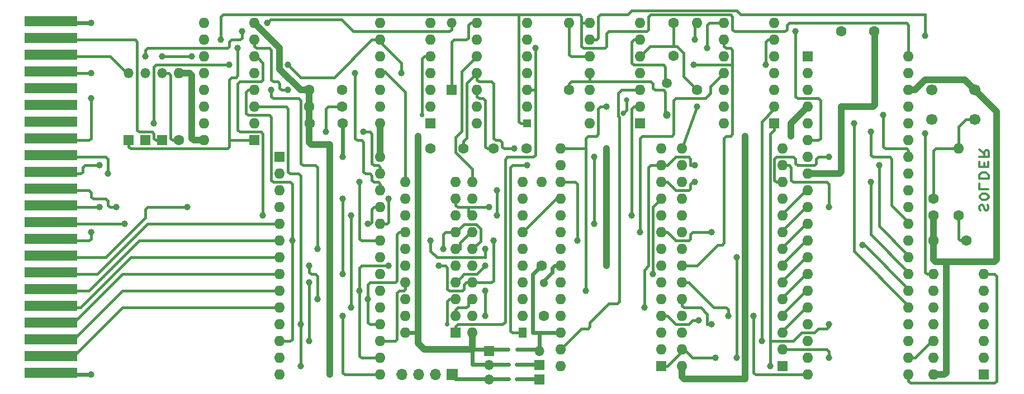
<source format=gbr>
G04 #@! TF.GenerationSoftware,KiCad,Pcbnew,5.1.4+dfsg1-1*
G04 #@! TF.CreationDate,2020-01-26T20:04:24+01:00*
G04 #@! TF.ProjectId,finalchesscard_lvr_draft1,66696e61-6c63-4686-9573-73636172645f,1.1.K1*
G04 #@! TF.SameCoordinates,Original*
G04 #@! TF.FileFunction,Copper,L2,Bot*
G04 #@! TF.FilePolarity,Positive*
%FSLAX46Y46*%
G04 Gerber Fmt 4.6, Leading zero omitted, Abs format (unit mm)*
G04 Created by KiCad (PCBNEW 5.1.4+dfsg1-1) date 2020-01-26 20:04:24*
%MOMM*%
%LPD*%
G04 APERTURE LIST*
%ADD10O,1.600000X1.600000*%
%ADD11R,1.600000X1.600000*%
%ADD12C,1.600000*%
%ADD13R,8.000000X1.500000*%
%ADD14R,1.200000X1.200000*%
%ADD15R,1.300000X1.600000*%
%ADD16C,1.200000*%
%ADD17C,1.500000*%
%ADD18R,1.700000X1.700000*%
%ADD19O,1.700000X1.700000*%
%ADD20C,1.300000*%
%ADD21R,1.500000X1.500000*%
%ADD22O,1.500000X1.500000*%
%ADD23C,1.700000*%
%ADD24C,1.000000*%
%ADD25C,0.700000*%
%ADD26C,0.800000*%
%ADD27C,0.350000*%
%ADD28C,0.630000*%
%ADD29C,1.000000*%
%ADD30C,0.400000*%
G04 APERTURE END LIST*
D10*
X179578000Y-124460000D03*
X164338000Y-157480000D03*
X179578000Y-127000000D03*
X164338000Y-154940000D03*
X179578000Y-129540000D03*
X164338000Y-152400000D03*
X179578000Y-132080000D03*
X164338000Y-149860000D03*
X179578000Y-134620000D03*
X164338000Y-147320000D03*
X179578000Y-137160000D03*
X164338000Y-144780000D03*
X179578000Y-139700000D03*
X164338000Y-142240000D03*
X179578000Y-142240000D03*
X164338000Y-139700000D03*
X179578000Y-144780000D03*
X164338000Y-137160000D03*
X179578000Y-147320000D03*
X164338000Y-134620000D03*
X179578000Y-149860000D03*
X164338000Y-132080000D03*
X179578000Y-152400000D03*
X164338000Y-129540000D03*
X179578000Y-154940000D03*
X164338000Y-127000000D03*
X179578000Y-157480000D03*
D11*
X164338000Y-124460000D03*
D12*
X204025500Y-140970000D03*
D10*
X204025500Y-128270000D03*
D13*
X129668000Y-157160000D03*
X129668000Y-154620000D03*
X129668000Y-152080000D03*
X129668000Y-149540000D03*
X129668000Y-147000000D03*
X129668000Y-144460000D03*
X129668000Y-141920000D03*
X129668000Y-139380000D03*
X129668000Y-136840000D03*
X129668000Y-134300000D03*
X129668000Y-131760000D03*
X129668000Y-129220000D03*
X129668000Y-126680000D03*
X129668000Y-124140000D03*
X129668000Y-121600000D03*
X129668000Y-119060000D03*
X129668000Y-116520000D03*
X129668000Y-113980000D03*
X129668000Y-111440000D03*
X129668000Y-108900000D03*
X129668000Y-106360000D03*
X129668000Y-103820000D03*
D10*
X152908000Y-121920000D03*
X160528000Y-104140000D03*
X152908000Y-119380000D03*
X160528000Y-106680000D03*
X152908000Y-116840000D03*
X160528000Y-109220000D03*
X152908000Y-114300000D03*
X160528000Y-111760000D03*
X152908000Y-111760000D03*
X160528000Y-114300000D03*
X152908000Y-109220000D03*
X160528000Y-116840000D03*
X152908000Y-106680000D03*
X160528000Y-119380000D03*
X152908000Y-104140000D03*
D11*
X160528000Y-121920000D03*
X187198000Y-119380000D03*
D10*
X179578000Y-104140000D03*
X187198000Y-116840000D03*
X179578000Y-106680000D03*
X187198000Y-114300000D03*
X179578000Y-109220000D03*
X187198000Y-111760000D03*
X179578000Y-111760000D03*
X187198000Y-109220000D03*
X179578000Y-114300000D03*
X187198000Y-106680000D03*
X179578000Y-116840000D03*
X187198000Y-104140000D03*
X179578000Y-119380000D03*
D11*
X191008000Y-151130000D03*
D10*
X183388000Y-128270000D03*
X191008000Y-148590000D03*
X183388000Y-130810000D03*
X191008000Y-146050000D03*
X183388000Y-133350000D03*
X191008000Y-143510000D03*
X183388000Y-135890000D03*
X191008000Y-140970000D03*
X183388000Y-138430000D03*
X191008000Y-138430000D03*
X183388000Y-140970000D03*
X191008000Y-135890000D03*
X183388000Y-143510000D03*
X191008000Y-133350000D03*
X183388000Y-146050000D03*
X191008000Y-130810000D03*
X183388000Y-148590000D03*
X191008000Y-128270000D03*
X183388000Y-151130000D03*
X194183000Y-119380000D03*
X201803000Y-104140000D03*
X194183000Y-116840000D03*
X201803000Y-106680000D03*
X194183000Y-114300000D03*
X201803000Y-109220000D03*
X194183000Y-111760000D03*
X201803000Y-111760000D03*
X194183000Y-109220000D03*
X201803000Y-114300000D03*
X194183000Y-106680000D03*
X201803000Y-116840000D03*
X194183000Y-104140000D03*
D14*
X201803000Y-119380000D03*
D10*
X193548000Y-151130000D03*
X201168000Y-128270000D03*
X193548000Y-148590000D03*
X201168000Y-130810000D03*
X193548000Y-146050000D03*
X201168000Y-133350000D03*
X193548000Y-143510000D03*
X201168000Y-135890000D03*
X193548000Y-140970000D03*
X201168000Y-138430000D03*
X193548000Y-138430000D03*
X201168000Y-140970000D03*
X193548000Y-135890000D03*
X201168000Y-143510000D03*
X193548000Y-133350000D03*
X201168000Y-146050000D03*
X193548000Y-130810000D03*
X201168000Y-148590000D03*
X193548000Y-128270000D03*
D15*
X201168000Y-151130000D03*
D10*
X211328000Y-119380000D03*
X218948000Y-104140000D03*
X211328000Y-116840000D03*
X218948000Y-106680000D03*
X211328000Y-114300000D03*
X218948000Y-109220000D03*
X211328000Y-111760000D03*
X218948000Y-111760000D03*
X211328000Y-109220000D03*
X218948000Y-114300000D03*
X211328000Y-106680000D03*
X218948000Y-116840000D03*
X211328000Y-104140000D03*
D11*
X218948000Y-119380000D03*
X239268000Y-119380000D03*
D10*
X231648000Y-104140000D03*
X239268000Y-116840000D03*
X231648000Y-106680000D03*
X239268000Y-114300000D03*
X231648000Y-109220000D03*
X239268000Y-111760000D03*
X231648000Y-111760000D03*
X239268000Y-109220000D03*
X231648000Y-114300000D03*
X239268000Y-106680000D03*
X231648000Y-116840000D03*
X239268000Y-104140000D03*
X231648000Y-119380000D03*
D11*
X244348000Y-109220000D03*
D10*
X259588000Y-157480000D03*
X244348000Y-111760000D03*
X259588000Y-154940000D03*
X244348000Y-114300000D03*
X259588000Y-152400000D03*
X244348000Y-116840000D03*
X259588000Y-149860000D03*
X244348000Y-119380000D03*
X259588000Y-147320000D03*
X244348000Y-121920000D03*
X259588000Y-144780000D03*
X244348000Y-124460000D03*
X259588000Y-142240000D03*
X244348000Y-127000000D03*
X259588000Y-139700000D03*
X244348000Y-129540000D03*
X259588000Y-137160000D03*
X244348000Y-132080000D03*
X259588000Y-134620000D03*
X244348000Y-134620000D03*
X259588000Y-132080000D03*
X244348000Y-137160000D03*
X259588000Y-129540000D03*
X244348000Y-139700000D03*
X259588000Y-127000000D03*
X244348000Y-142240000D03*
X259588000Y-124460000D03*
X244348000Y-144780000D03*
X259588000Y-121920000D03*
X244348000Y-147320000D03*
X259588000Y-119380000D03*
X244348000Y-149860000D03*
X259588000Y-116840000D03*
X244348000Y-152400000D03*
X259588000Y-114300000D03*
X244348000Y-154940000D03*
X259588000Y-111760000D03*
X244348000Y-157480000D03*
X259588000Y-109220000D03*
D12*
X149098000Y-121920000D03*
D10*
X149098000Y-111760000D03*
D12*
X267208000Y-133350000D03*
D10*
X267208000Y-123190000D03*
D12*
X208153000Y-114300000D03*
D10*
X208153000Y-104140000D03*
D12*
X227584000Y-114300000D03*
D10*
X227584000Y-104140000D03*
D16*
X223012000Y-118110000D03*
D17*
X223012000Y-113230000D03*
D11*
X222123000Y-156210000D03*
D10*
X206883000Y-123190000D03*
X222123000Y-153670000D03*
X206883000Y-125730000D03*
X222123000Y-151130000D03*
X206883000Y-128270000D03*
X222123000Y-148590000D03*
X206883000Y-130810000D03*
X222123000Y-146050000D03*
X206883000Y-133350000D03*
X222123000Y-143510000D03*
X206883000Y-135890000D03*
X222123000Y-140970000D03*
X206883000Y-138430000D03*
X222123000Y-138430000D03*
X206883000Y-140970000D03*
X222123000Y-135890000D03*
X206883000Y-143510000D03*
X222123000Y-133350000D03*
X206883000Y-146050000D03*
X222123000Y-130810000D03*
X206883000Y-148590000D03*
X222123000Y-128270000D03*
X206883000Y-151130000D03*
X222123000Y-125730000D03*
X206883000Y-153670000D03*
X222123000Y-123190000D03*
X206883000Y-156210000D03*
D11*
X271018000Y-157480000D03*
D10*
X263398000Y-142240000D03*
X271018000Y-154940000D03*
X263398000Y-144780000D03*
X271018000Y-152400000D03*
X263398000Y-147320000D03*
X271018000Y-149860000D03*
X263398000Y-149860000D03*
X271018000Y-147320000D03*
X263398000Y-152400000D03*
X271018000Y-144780000D03*
X263398000Y-154940000D03*
X271018000Y-142240000D03*
X263398000Y-157480000D03*
D18*
X190500000Y-157480000D03*
D19*
X187960000Y-157480000D03*
X185420000Y-157480000D03*
X182880000Y-157480000D03*
D12*
X224028000Y-104140000D03*
X224028000Y-109140000D03*
D11*
X240538000Y-156210000D03*
D10*
X225298000Y-123190000D03*
X240538000Y-153670000D03*
X225298000Y-125730000D03*
X240538000Y-151130000D03*
X225298000Y-128270000D03*
X240538000Y-148590000D03*
X225298000Y-130810000D03*
X240538000Y-146050000D03*
X225298000Y-133350000D03*
X240538000Y-143510000D03*
X225298000Y-135890000D03*
X240538000Y-140970000D03*
X225298000Y-138430000D03*
X240538000Y-138430000D03*
X225298000Y-140970000D03*
X240538000Y-135890000D03*
X225298000Y-143510000D03*
X240538000Y-133350000D03*
X225298000Y-146050000D03*
X240538000Y-130810000D03*
X225298000Y-148590000D03*
X240538000Y-128270000D03*
X225298000Y-151130000D03*
X240538000Y-125730000D03*
X225298000Y-153670000D03*
X240538000Y-123190000D03*
X225298000Y-156210000D03*
D12*
X263398000Y-130810000D03*
X263398000Y-133310000D03*
X204343000Y-148590000D03*
D20*
X204343000Y-143590000D03*
D21*
X203708000Y-158242000D03*
D22*
X196088000Y-158242000D03*
X196088000Y-156019500D03*
D21*
X203708000Y-156019500D03*
X196088000Y-153924000D03*
D22*
X203708000Y-153924000D03*
X141478000Y-111760000D03*
D21*
X141478000Y-121920000D03*
X144018000Y-121920000D03*
D22*
X144018000Y-111760000D03*
X146558000Y-111760000D03*
D21*
X146558000Y-121920000D03*
X190373000Y-114300000D03*
D22*
X190373000Y-104140000D03*
D12*
X168910000Y-119380000D03*
X173910000Y-119380000D03*
X201723000Y-123190000D03*
X196723000Y-123190000D03*
X254428000Y-105410000D03*
X249428000Y-105410000D03*
X268398000Y-137160000D03*
X263398000Y-137160000D03*
X168783000Y-114300000D03*
X173783000Y-114300000D03*
X173783000Y-116840000D03*
X168783000Y-116840000D03*
X187198000Y-123190000D03*
X192198000Y-123190000D03*
D23*
X269644000Y-118800000D03*
X263144000Y-118800000D03*
X269644000Y-114300000D03*
X263144000Y-114300000D03*
D24*
X135763000Y-104140000D03*
X171958000Y-122555000D03*
X171958000Y-139700000D03*
X171958000Y-157480000D03*
X213868000Y-123190000D03*
X213868000Y-140970000D03*
X135763000Y-157480000D03*
X150368000Y-132080000D03*
X135763000Y-135890000D03*
X140843000Y-134620000D03*
X177673000Y-134620000D03*
X137033000Y-132080000D03*
X180848000Y-130810000D03*
X139573000Y-132080000D03*
X173863000Y-130810000D03*
X173863000Y-142240000D03*
X137033000Y-125730000D03*
X176403000Y-128270000D03*
X138303000Y-127000000D03*
X135763000Y-115570000D03*
X175768000Y-111760000D03*
X167513000Y-149860000D03*
X167513000Y-156210000D03*
X195453000Y-140970000D03*
X166243000Y-137160000D03*
X195453000Y-148590000D03*
X195453000Y-144780000D03*
X173863000Y-148590000D03*
D25*
X189738000Y-149860000D03*
D24*
X176403000Y-144780000D03*
X180848000Y-140970000D03*
X189103000Y-138430000D03*
X168783000Y-143510000D03*
X168783000Y-152400000D03*
X168783000Y-140970000D03*
X177673000Y-146050000D03*
X170053000Y-146050000D03*
X187198000Y-137160000D03*
X195453000Y-138430000D03*
X161798000Y-133350000D03*
X175133000Y-133350000D03*
X175133000Y-147320000D03*
X171323000Y-120650000D03*
X156718000Y-110490000D03*
X145288000Y-119380000D03*
D25*
X185928000Y-118110000D03*
D24*
X146558000Y-109220000D03*
X182753000Y-111760000D03*
X151003000Y-109220000D03*
X165608000Y-110490000D03*
X234823000Y-158115000D03*
X173863000Y-124460000D03*
X185293000Y-121285000D03*
X234823000Y-121285000D03*
X254508000Y-111760000D03*
X249428000Y-116840000D03*
X241808000Y-121285000D03*
X155448000Y-106680000D03*
X157988000Y-107950000D03*
X177038000Y-120650000D03*
X165608000Y-114300000D03*
X199898000Y-123190000D03*
X201803000Y-125730000D03*
X203073000Y-107950000D03*
X229108000Y-107950000D03*
X210693000Y-144780000D03*
X213868000Y-116840000D03*
X253873000Y-120650000D03*
X227584000Y-116840000D03*
X247523000Y-124460000D03*
X227203000Y-128270000D03*
X197231000Y-129540000D03*
X197231000Y-133350000D03*
X220853000Y-142240000D03*
X253873000Y-128270000D03*
X211963000Y-124460000D03*
X211963000Y-134620000D03*
X188468000Y-140970000D03*
X209423000Y-137160000D03*
X255143000Y-125730000D03*
X196723000Y-137160000D03*
X252603000Y-137795000D03*
X196088000Y-132080000D03*
X247523000Y-132080000D03*
X227203000Y-125730000D03*
X219583000Y-147320000D03*
X242443000Y-105410000D03*
X237998000Y-110490000D03*
X227203000Y-106680000D03*
X227076000Y-110490000D03*
X255778000Y-118110000D03*
X217678000Y-133350000D03*
X251333000Y-119380000D03*
D26*
X216916000Y-115824000D03*
X216408000Y-117856000D03*
D24*
X247523000Y-149860000D03*
X230378000Y-154940000D03*
X238633000Y-156210000D03*
X247523000Y-154940000D03*
X227838000Y-149225000D03*
X218948000Y-135890000D03*
X233553000Y-154940000D03*
X233553000Y-139700000D03*
X229743000Y-135890000D03*
X236093000Y-148590000D03*
X232283000Y-148590000D03*
X229743000Y-149860000D03*
X237363000Y-152400000D03*
X262128000Y-120904000D03*
X262128000Y-106045000D03*
X144018000Y-109220000D03*
X135763000Y-111760000D03*
X158623000Y-105410000D03*
X162433000Y-104140000D03*
X170053000Y-138430000D03*
X163068000Y-114300000D03*
D27*
X270303600Y-124460000D02*
X271732400Y-124460000D01*
X271732400Y-124460000D02*
X271732400Y-123666200D01*
X271732400Y-123666200D02*
X271573600Y-123428100D01*
X271573600Y-123428100D02*
X271335500Y-123428100D01*
X271335500Y-123428100D02*
X271097400Y-123666200D01*
X271097400Y-123666200D02*
X271097400Y-124380600D01*
X271097400Y-124380600D02*
X271097400Y-123904400D01*
X271097400Y-123904400D02*
X270303600Y-123348800D01*
X271698500Y-125203000D02*
X271698500Y-125996700D01*
X271698500Y-125996700D02*
X270349100Y-125996700D01*
X270349100Y-125996700D02*
X270349100Y-125203000D01*
X271063500Y-125996700D02*
X271063400Y-125361700D01*
X270303600Y-127714400D02*
X271732400Y-127714400D01*
X271732400Y-127714400D02*
X271732400Y-127238100D01*
X271732400Y-127238100D02*
X271335500Y-126761900D01*
X271335500Y-126761900D02*
X270700500Y-126761900D01*
X270700500Y-126761900D02*
X270303600Y-127158800D01*
X270303600Y-127158800D02*
X270303600Y-127714400D01*
X271698500Y-129330500D02*
X270349100Y-129330500D01*
X270349100Y-129330500D02*
X270349100Y-128457300D01*
X270762600Y-130971200D02*
X271318200Y-130971200D01*
X271318200Y-130971200D02*
X271715000Y-130653800D01*
X271715000Y-130653800D02*
X271715000Y-130336300D01*
X271715000Y-130336300D02*
X271318200Y-130018800D01*
X271318200Y-130018800D02*
X270762600Y-130018800D01*
X270762600Y-130018800D02*
X270365700Y-130336200D01*
X270365700Y-130336200D02*
X270365700Y-130653800D01*
X270365700Y-130653800D02*
X270762600Y-130971200D01*
X270507800Y-132584800D02*
X270349100Y-132346700D01*
X270349100Y-132346700D02*
X270349100Y-131949800D01*
X270349100Y-131949800D02*
X270587200Y-131711700D01*
X270587200Y-131711700D02*
X270825300Y-131711700D01*
X270825300Y-131711700D02*
X270984100Y-131949800D01*
X270984100Y-131949800D02*
X271063400Y-132346700D01*
X271063400Y-132346700D02*
X271222200Y-132584800D01*
X271222200Y-132584800D02*
X271460300Y-132584800D01*
X271460300Y-132584800D02*
X271698400Y-132346700D01*
X271698400Y-132346700D02*
X271698500Y-131949800D01*
X271698500Y-131949800D02*
X271539700Y-131711700D01*
D28*
X204343000Y-143510000D02*
X204343000Y-143192500D01*
X204343000Y-143192500D02*
X205613000Y-141922500D01*
X205613000Y-141922500D02*
X205613000Y-141287500D01*
X205613000Y-141287500D02*
X205930500Y-140970000D01*
X205930500Y-140970000D02*
X206883000Y-140970000D01*
D29*
X213868000Y-140970000D02*
X213868000Y-123190000D01*
X168783000Y-114300000D02*
X168783000Y-122237500D01*
X168783000Y-122237500D02*
X169100500Y-122555000D01*
X169100500Y-122555000D02*
X171958000Y-122555000D01*
X171958000Y-122555000D02*
X171958000Y-157480000D01*
D28*
X135763000Y-104140000D02*
X131953000Y-104140000D01*
D30*
X196723000Y-123190000D02*
X195770500Y-123190000D01*
X195770500Y-123190000D02*
X195453000Y-122872500D01*
X195453000Y-122872500D02*
X195453000Y-115887500D01*
X195453000Y-115887500D02*
X195135500Y-115570000D01*
X195135500Y-115570000D02*
X194500500Y-115570000D01*
X194500500Y-115570000D02*
X194183000Y-115252500D01*
X194183000Y-115252500D02*
X194183000Y-114300000D01*
X267208000Y-133350000D02*
X267208000Y-136842500D01*
X267208000Y-136842500D02*
X267525500Y-137160000D01*
X267525500Y-137160000D02*
X268478000Y-137160000D01*
X271018000Y-142240000D02*
X272605500Y-142240000D01*
X272605500Y-142240000D02*
X272923000Y-142557500D01*
X272923000Y-142557500D02*
X272923000Y-158432500D01*
X272923000Y-158432500D02*
X272605500Y-158750000D01*
X272605500Y-158750000D02*
X259905500Y-158750000D01*
X259905500Y-158750000D02*
X259588000Y-158432500D01*
X259588000Y-158432500D02*
X259588000Y-157480000D01*
D27*
X268682200Y-137506100D02*
X268682200Y-136633000D01*
X268682200Y-137109200D02*
X267332800Y-137109200D01*
D28*
X135763000Y-157480000D02*
X131953000Y-157480000D01*
D29*
X164338000Y-107950000D02*
X160528000Y-104140000D01*
X167513000Y-114300000D02*
X164338000Y-111125000D01*
X164338000Y-111125000D02*
X164338000Y-107950000D01*
X168783000Y-114300000D02*
X167513000Y-114300000D01*
D30*
X164338000Y-147320000D02*
X140525500Y-147320000D01*
X140525500Y-147320000D02*
X132905500Y-154940000D01*
X132905500Y-154940000D02*
X131953000Y-154940000D01*
X164338000Y-144780000D02*
X140525500Y-144780000D01*
X140525500Y-144780000D02*
X132905500Y-152400000D01*
X132905500Y-152400000D02*
X131953000Y-152400000D01*
X164338000Y-142240000D02*
X140525500Y-142240000D01*
X140525500Y-142240000D02*
X132905500Y-149860000D01*
X132905500Y-149860000D02*
X131953000Y-149860000D01*
X164338000Y-139700000D02*
X141795500Y-139700000D01*
X141795500Y-139700000D02*
X134175500Y-147320000D01*
X134175500Y-147320000D02*
X131953000Y-147320000D01*
X164338000Y-137160000D02*
X143065500Y-137160000D01*
X143065500Y-137160000D02*
X135445500Y-144780000D01*
X135445500Y-144780000D02*
X131953000Y-144780000D01*
X131953000Y-142240000D02*
X136715500Y-142240000D01*
X136715500Y-142240000D02*
X144335500Y-134620000D01*
X144335500Y-134620000D02*
X164338000Y-134620000D01*
X131953000Y-139700000D02*
X137985500Y-139700000D01*
X137985500Y-139700000D02*
X144018000Y-133667500D01*
X144018000Y-133667500D02*
X144018000Y-132397500D01*
X144018000Y-132397500D02*
X144335500Y-132080000D01*
X144335500Y-132080000D02*
X150368000Y-132080000D01*
X135763000Y-135890000D02*
X135763000Y-136842500D01*
X135763000Y-136842500D02*
X135445500Y-137160000D01*
X135445500Y-137160000D02*
X131953000Y-137160000D01*
X179578000Y-132080000D02*
X178625500Y-132080000D01*
X178625500Y-132080000D02*
X178308000Y-132397500D01*
X178308000Y-132397500D02*
X178308000Y-134302500D01*
X178308000Y-134302500D02*
X177990500Y-134620000D01*
X177990500Y-134620000D02*
X177673000Y-134620000D01*
X131953000Y-134620000D02*
X140843000Y-134620000D01*
X180848000Y-130810000D02*
X180848000Y-134302500D01*
X180848000Y-134302500D02*
X180530500Y-134620000D01*
X180530500Y-134620000D02*
X179578000Y-134620000D01*
X137033000Y-132080000D02*
X131953000Y-132080000D01*
X173863000Y-142240000D02*
X173863000Y-130810000D01*
X131953000Y-129540000D02*
X135445500Y-129540000D01*
X135445500Y-129540000D02*
X135763000Y-129857500D01*
X135763000Y-129857500D02*
X135763000Y-130492500D01*
X135763000Y-130492500D02*
X136080500Y-130810000D01*
X136080500Y-130810000D02*
X137985500Y-130810000D01*
X137985500Y-130810000D02*
X138303000Y-131127500D01*
X138303000Y-131127500D02*
X138303000Y-131762500D01*
X138303000Y-131762500D02*
X138620500Y-132080000D01*
X138620500Y-132080000D02*
X139573000Y-132080000D01*
X176403000Y-128270000D02*
X176403000Y-136842500D01*
X176403000Y-136842500D02*
X176720500Y-137160000D01*
X176720500Y-137160000D02*
X179578000Y-137160000D01*
X131953000Y-127000000D02*
X134175500Y-127000000D01*
X134175500Y-127000000D02*
X134493000Y-126682500D01*
X134493000Y-126682500D02*
X134493000Y-126047500D01*
X134493000Y-126047500D02*
X134810500Y-125730000D01*
X134810500Y-125730000D02*
X137033000Y-125730000D01*
X138303000Y-127000000D02*
X138303000Y-124777500D01*
X138303000Y-124777500D02*
X137985500Y-124460000D01*
X137985500Y-124460000D02*
X131953000Y-124460000D01*
X135763000Y-115570000D02*
X135763000Y-121602500D01*
X135763000Y-121602500D02*
X135445500Y-121920000D01*
X135445500Y-121920000D02*
X131953000Y-121920000D01*
X175768000Y-111760000D02*
X175768000Y-121602500D01*
X175768000Y-121602500D02*
X176085500Y-121920000D01*
X176085500Y-121920000D02*
X176720500Y-121920000D01*
X176720500Y-121920000D02*
X177038000Y-122237500D01*
X177038000Y-122237500D02*
X177038000Y-126682500D01*
X177038000Y-126682500D02*
X177355500Y-127000000D01*
X177355500Y-127000000D02*
X177990500Y-127000000D01*
X177990500Y-127000000D02*
X178308000Y-127317500D01*
X178308000Y-127317500D02*
X178308000Y-127952500D01*
X178308000Y-127952500D02*
X178625500Y-128270000D01*
X178625500Y-128270000D02*
X179260500Y-128270000D01*
X179260500Y-128270000D02*
X179578000Y-128587500D01*
X179578000Y-128587500D02*
X179578000Y-129540000D01*
X160528000Y-116840000D02*
X165290500Y-116840000D01*
X165290500Y-116840000D02*
X165608000Y-117157500D01*
X165608000Y-117157500D02*
X165608000Y-126682500D01*
X165608000Y-126682500D02*
X165925500Y-127000000D01*
X165925500Y-127000000D02*
X167195500Y-127000000D01*
X167195500Y-127000000D02*
X167513000Y-127317500D01*
X167513000Y-127317500D02*
X167513000Y-156210000D01*
X191807999Y-142710001D02*
X191008000Y-143510000D01*
X195453000Y-140970000D02*
X194183000Y-142240000D01*
X192278000Y-142240000D02*
X191807999Y-142710001D01*
X194183000Y-142240000D02*
X192278000Y-142240000D01*
X164338000Y-152400000D02*
X165925500Y-152400000D01*
X165925500Y-152400000D02*
X166243000Y-152082500D01*
X166243000Y-152082500D02*
X166243000Y-128587500D01*
X166243000Y-128587500D02*
X165925500Y-128270000D01*
X165925500Y-128270000D02*
X163385500Y-128270000D01*
X163385500Y-128270000D02*
X163068000Y-127952500D01*
X163068000Y-127952500D02*
X163068000Y-118427500D01*
X163068000Y-118427500D02*
X162750500Y-118110000D01*
X162750500Y-118110000D02*
X159575500Y-118110000D01*
X159575500Y-118110000D02*
X159258000Y-117792500D01*
X159258000Y-117792500D02*
X159258000Y-114617500D01*
X159258000Y-114617500D02*
X159575500Y-114300000D01*
X159575500Y-114300000D02*
X160528000Y-114300000D01*
X195453000Y-148590000D02*
X195453000Y-144780000D01*
X173863000Y-148590000D02*
X173863000Y-157162500D01*
X173863000Y-157162500D02*
X174180500Y-157480000D01*
X174180500Y-157480000D02*
X179578000Y-157480000D01*
X191008000Y-146050000D02*
X190055500Y-146050000D01*
X190055500Y-146050000D02*
X189738000Y-146367500D01*
X189738000Y-146367500D02*
X189738000Y-149860000D01*
X180848000Y-140970000D02*
X176720500Y-140970000D01*
X176720500Y-140970000D02*
X176403000Y-141287500D01*
X176403000Y-141287500D02*
X176403000Y-154622500D01*
X176403000Y-154622500D02*
X176720500Y-154940000D01*
X176720500Y-154940000D02*
X179578000Y-154940000D01*
X192913000Y-138430000D02*
X193865500Y-138430000D01*
X191008000Y-135890000D02*
X189420500Y-135890000D01*
X189420500Y-135890000D02*
X189103000Y-136207500D01*
X189103000Y-136207500D02*
X189103000Y-138430000D01*
X191807999Y-135090001D02*
X191008000Y-135890000D01*
X194124001Y-134689999D02*
X192208001Y-134689999D01*
X194748001Y-135313999D02*
X194124001Y-134689999D01*
X192208001Y-134689999D02*
X191807999Y-135090001D01*
X194748001Y-137229999D02*
X194748001Y-135313999D01*
X193548000Y-138430000D02*
X194748001Y-137229999D01*
X183388000Y-143510000D02*
X183388000Y-144462500D01*
X183388000Y-144462500D02*
X183070500Y-144780000D01*
X168783000Y-152400000D02*
X168783000Y-143510000D01*
X183070500Y-144780000D02*
X182435500Y-144780000D01*
X182435500Y-144780000D02*
X182118000Y-145097500D01*
X182118000Y-145097500D02*
X182118000Y-152082500D01*
X182118000Y-152082500D02*
X181800500Y-152400000D01*
X181800500Y-152400000D02*
X179578000Y-152400000D01*
X170053000Y-146050000D02*
X170053000Y-142557500D01*
X170053000Y-142557500D02*
X169735500Y-142240000D01*
X169735500Y-142240000D02*
X169100500Y-142240000D01*
X169100500Y-142240000D02*
X168783000Y-141922500D01*
X168783000Y-141922500D02*
X168783000Y-140970000D01*
X177990500Y-143510000D02*
X181800500Y-143510000D01*
X177673000Y-143827500D02*
X177990500Y-143510000D01*
X177673000Y-149542500D02*
X177673000Y-143827500D01*
X179578000Y-149860000D02*
X177990500Y-149860000D01*
X182118000Y-136207500D02*
X182435500Y-135890000D01*
X177990500Y-149860000D02*
X177673000Y-149542500D01*
X181800500Y-143510000D02*
X182118000Y-143192500D01*
X182118000Y-143192500D02*
X182118000Y-136207500D01*
X182435500Y-135890000D02*
X183388000Y-135890000D01*
X187198000Y-138747500D02*
X188150500Y-139700000D01*
X188150500Y-139700000D02*
X195453000Y-139700000D01*
X187198000Y-137160000D02*
X187198000Y-138747500D01*
X195453000Y-139700000D02*
X195453000Y-138430000D01*
X160528000Y-109220000D02*
X161004200Y-109378800D01*
X161004200Y-109378800D02*
X161798000Y-110172500D01*
X161798000Y-110172500D02*
X161798000Y-112712500D01*
X161798000Y-112712500D02*
X161480500Y-113030000D01*
X161480500Y-113030000D02*
X158305500Y-113030000D01*
X158305500Y-113030000D02*
X157988000Y-113347500D01*
X157988000Y-113347500D02*
X157988000Y-120332500D01*
X157988000Y-120332500D02*
X158305500Y-120650000D01*
X158305500Y-120650000D02*
X161480500Y-120650000D01*
X161480500Y-120650000D02*
X161798000Y-120967500D01*
X161798000Y-120967500D02*
X161798000Y-133350000D01*
X175133000Y-133350000D02*
X175133000Y-147320000D01*
X171323000Y-120650000D02*
X171323000Y-117157500D01*
X171323000Y-117157500D02*
X171640500Y-116840000D01*
X171640500Y-116840000D02*
X173863000Y-116840000D01*
X145605500Y-110490000D02*
X156718000Y-110490000D01*
X145288000Y-119380000D02*
X145288000Y-110807500D01*
X145288000Y-110807500D02*
X145605500Y-110490000D01*
X187198000Y-109220000D02*
X186245500Y-109220000D01*
X186245500Y-109220000D02*
X185928000Y-109537500D01*
X185928000Y-109537500D02*
X185928000Y-118110000D01*
X179578000Y-106680000D02*
X179895500Y-107315000D01*
X179895500Y-107315000D02*
X182753000Y-110172500D01*
X182753000Y-110172500D02*
X182753000Y-111760000D01*
X146558000Y-109220000D02*
X151003000Y-109220000D01*
X178308000Y-106680000D02*
X179578000Y-106680000D01*
X172593000Y-112395000D02*
X178308000Y-106680000D01*
X165608000Y-110490000D02*
X167513000Y-112395000D01*
X167513000Y-112395000D02*
X172593000Y-112395000D01*
D29*
X234823000Y-121285000D02*
X234823000Y-158115000D01*
X234823000Y-158115000D02*
X225615500Y-158115000D01*
X225615500Y-158115000D02*
X225298000Y-157797500D01*
X225298000Y-157797500D02*
X225298000Y-156210000D01*
X265303000Y-140335000D02*
X265303000Y-157162500D01*
X265303000Y-157162500D02*
X264985500Y-157480000D01*
X264985500Y-157480000D02*
X263398000Y-157480000D01*
X254508000Y-105410000D02*
X254508000Y-116522500D01*
X254508000Y-116522500D02*
X254190500Y-116840000D01*
X254190500Y-116840000D02*
X249428000Y-116840000D01*
X249428000Y-116840000D02*
X249428000Y-126682500D01*
X249110500Y-127000000D02*
X244348000Y-127000000D01*
X249428000Y-126682500D02*
X249110500Y-127000000D01*
X152908000Y-121920000D02*
X151320500Y-121920000D01*
X150685500Y-111760000D02*
X149098000Y-111760000D01*
X151003000Y-112077500D02*
X150685500Y-111760000D01*
X151003000Y-121602500D02*
X151003000Y-112077500D01*
X151320500Y-121920000D02*
X151003000Y-121602500D01*
X179578000Y-119380000D02*
X179578000Y-124460000D01*
X185293000Y-121285000D02*
X185293000Y-151130000D01*
D28*
X185293000Y-151130000D02*
X183388000Y-151130000D01*
X173863000Y-119380000D02*
X173863000Y-124460000D01*
X193548000Y-155892500D02*
X199009000Y-155892500D01*
X198945500Y-153670000D02*
X193548000Y-153670000D01*
X193548000Y-153670000D02*
X193548000Y-155892500D01*
D29*
X186245500Y-153670000D02*
X193548000Y-153670000D01*
X185293000Y-151130000D02*
X185293000Y-152717500D01*
X185293000Y-152717500D02*
X186245500Y-153670000D01*
X193548000Y-152261370D02*
X193548000Y-153670000D01*
X193548000Y-151130000D02*
X193548000Y-152261370D01*
X272923000Y-117579000D02*
X269644000Y-114300000D01*
X263398000Y-140017500D02*
X263715500Y-140335000D01*
X263398000Y-133350000D02*
X263398000Y-140017500D01*
X272605500Y-140335000D02*
X272923000Y-140017500D01*
X263715500Y-140335000D02*
X272605500Y-140335000D01*
X272923000Y-140017500D02*
X272923000Y-117579000D01*
X241808000Y-119380000D02*
X244348000Y-116840000D01*
X241808000Y-121285000D02*
X241808000Y-119380000D01*
X262090501Y-112749999D02*
X260540500Y-114300000D01*
X260540500Y-114300000D02*
X259588000Y-114300000D01*
X268093999Y-112749999D02*
X262090501Y-112749999D01*
X269644000Y-114300000D02*
X268093999Y-112749999D01*
D30*
X141478000Y-121920000D02*
X141478000Y-122872500D01*
X141478000Y-122872500D02*
X141795500Y-123190000D01*
X141795500Y-123190000D02*
X156400500Y-123190000D01*
X156400500Y-123190000D02*
X156718000Y-122872500D01*
X156718000Y-122872500D02*
X156718000Y-112712500D01*
X156718000Y-112712500D02*
X157035500Y-112395000D01*
X157035500Y-112395000D02*
X157670500Y-112395000D01*
X157670500Y-112395000D02*
X157988000Y-112077500D01*
X157988000Y-112077500D02*
X157988000Y-107950000D01*
X160528000Y-121920000D02*
X156718000Y-121920000D01*
X155448000Y-106680000D02*
X155448000Y-103187500D01*
X155448000Y-103187500D02*
X155765500Y-102870000D01*
X155765500Y-102870000D02*
X200533000Y-102870000D01*
X200533000Y-102870000D02*
X200533000Y-119062500D01*
X200533000Y-119062500D02*
X200850500Y-119380000D01*
X200850500Y-119380000D02*
X201803000Y-119380000D01*
X200533000Y-102870000D02*
X209740500Y-102870000D01*
X209740500Y-102870000D02*
X210058000Y-103187500D01*
X210058000Y-103187500D02*
X210058000Y-104140000D01*
X210058000Y-104140000D02*
X211328000Y-104140000D01*
X210058000Y-104140000D02*
X210058000Y-107632500D01*
X210058000Y-107632500D02*
X210375500Y-107950000D01*
X210375500Y-107950000D02*
X213550500Y-107950000D01*
X213550500Y-107950000D02*
X213868000Y-107632500D01*
X213868000Y-107632500D02*
X213868000Y-105727500D01*
X213868000Y-105727500D02*
X214185500Y-105410000D01*
X214185500Y-105410000D02*
X219900500Y-105410000D01*
X219900500Y-105410000D02*
X220218000Y-105092500D01*
X220218000Y-105092500D02*
X220218000Y-103187500D01*
X220218000Y-103187500D02*
X220535500Y-102870000D01*
X220535500Y-102870000D02*
X232600500Y-102870000D01*
X232600500Y-102870000D02*
X232918000Y-103187500D01*
X232918000Y-103187500D02*
X232918000Y-105092500D01*
X232918000Y-105092500D02*
X233235500Y-105410000D01*
X233235500Y-105410000D02*
X240855500Y-105410000D01*
X240855500Y-105410000D02*
X241173000Y-105092500D01*
X241173000Y-105092500D02*
X241173000Y-104457500D01*
X241173000Y-104457500D02*
X241490500Y-104140000D01*
X241490500Y-104140000D02*
X259270500Y-104140000D01*
X259270500Y-104140000D02*
X259588000Y-104457500D01*
X259588000Y-104457500D02*
X259588000Y-109220000D01*
X179578000Y-127000000D02*
X179578000Y-126047500D01*
X179578000Y-126047500D02*
X179260500Y-125730000D01*
X179260500Y-125730000D02*
X178625500Y-125730000D01*
X178625500Y-125730000D02*
X178308000Y-125412500D01*
X178308000Y-125412500D02*
X178308000Y-120967500D01*
X178308000Y-120967500D02*
X177990500Y-120650000D01*
X177990500Y-120650000D02*
X177038000Y-120650000D01*
X165608000Y-114300000D02*
X164655500Y-114300000D01*
X164655500Y-114300000D02*
X164338000Y-113982500D01*
X164338000Y-113982500D02*
X164338000Y-113347500D01*
X164338000Y-113347500D02*
X164020500Y-113030000D01*
X164020500Y-113030000D02*
X163385500Y-113030000D01*
X163385500Y-113030000D02*
X163068000Y-112712500D01*
X163068000Y-112712500D02*
X163068000Y-108267500D01*
X163068000Y-108267500D02*
X162750500Y-107950000D01*
X162750500Y-107950000D02*
X160845500Y-107950000D01*
X160845500Y-107950000D02*
X160528000Y-107632500D01*
X160528000Y-107632500D02*
X160528000Y-106680000D01*
X199898000Y-123190000D02*
X198310500Y-123190000D01*
X198310500Y-123190000D02*
X197993000Y-122872500D01*
X197993000Y-122872500D02*
X197993000Y-122237500D01*
X197993000Y-122237500D02*
X197675500Y-121920000D01*
X197675500Y-121920000D02*
X197040500Y-121920000D01*
X197040500Y-121920000D02*
X196723000Y-121602500D01*
X196723000Y-121602500D02*
X196723000Y-113347500D01*
X196723000Y-113347500D02*
X196405500Y-113030000D01*
X196405500Y-113030000D02*
X194500500Y-113030000D01*
X194500500Y-113030000D02*
X194183000Y-112712500D01*
X194183000Y-112712500D02*
X194183000Y-111760000D01*
X200533000Y-151130000D02*
X199580500Y-151130000D01*
X199580500Y-151130000D02*
X199263000Y-150812500D01*
X199263000Y-150812500D02*
X199263000Y-126047500D01*
X199263000Y-126047500D02*
X199580500Y-125730000D01*
X199580500Y-125730000D02*
X201803000Y-125730000D01*
X193383001Y-112559999D02*
X194183000Y-111760000D01*
X192198000Y-123190000D02*
X192198000Y-122058630D01*
X192659000Y-113284000D02*
X193383001Y-112559999D01*
X192659000Y-121539000D02*
X192659000Y-113284000D01*
X192198000Y-122058630D02*
X192659000Y-121539000D01*
X180213000Y-111442500D02*
X183388000Y-114617500D01*
X179578000Y-111442500D02*
X180213000Y-111442500D01*
X183388000Y-114617500D02*
X183388000Y-127952500D01*
X231648000Y-104140000D02*
X229425500Y-104140000D01*
X229425500Y-104140000D02*
X229108000Y-104457500D01*
X229108000Y-104457500D02*
X229108000Y-107950000D01*
X203073000Y-114300000D02*
X201803000Y-114300000D01*
X203073000Y-114300000D02*
X203073000Y-107950000D01*
X198755000Y-124460000D02*
X202755500Y-124460000D01*
X191008000Y-150177500D02*
X191325500Y-149860000D01*
X191008000Y-151130000D02*
X191008000Y-150177500D01*
X191325500Y-149860000D02*
X198120000Y-149860000D01*
X198120000Y-149860000D02*
X198501000Y-149479000D01*
X203073000Y-124142500D02*
X203073000Y-114300000D01*
X202755500Y-124460000D02*
X203073000Y-124142500D01*
X198501000Y-124841000D02*
X198755000Y-124460000D01*
X198501000Y-149479000D02*
X198501000Y-124841000D01*
X210693000Y-144780000D02*
X210693000Y-123190000D01*
X210693000Y-123190000D02*
X206883000Y-123190000D01*
X210693000Y-123190000D02*
X210693000Y-121602500D01*
X210693000Y-121602500D02*
X211010500Y-121285000D01*
X211010500Y-121285000D02*
X212280500Y-121285000D01*
X212280500Y-121285000D02*
X212598000Y-120967500D01*
X212598000Y-120967500D02*
X212598000Y-117157500D01*
X212598000Y-117157500D02*
X212915500Y-116840000D01*
X212915500Y-116840000D02*
X213868000Y-116840000D01*
X191008000Y-148590000D02*
X191008000Y-147637500D01*
X191008000Y-147637500D02*
X191325500Y-147320000D01*
X191325500Y-147320000D02*
X192595500Y-147320000D01*
X192595500Y-147320000D02*
X192913000Y-147002500D01*
X192913000Y-147002500D02*
X192913000Y-146050000D01*
X253873000Y-120650000D02*
X253873000Y-124142500D01*
X253873000Y-124142500D02*
X254190500Y-124460000D01*
X254190500Y-124460000D02*
X256730500Y-124460000D01*
X256730500Y-124460000D02*
X257048000Y-124777500D01*
X257048000Y-124777500D02*
X257048000Y-131762500D01*
X257048000Y-131762500D02*
X259588000Y-134302500D01*
X259588000Y-134302500D02*
X259588000Y-134620000D01*
X225298000Y-123190000D02*
X227584000Y-116840000D01*
X227203000Y-128270000D02*
X226885500Y-128270000D01*
X226885500Y-128270000D02*
X226568000Y-128587500D01*
X226568000Y-128587500D02*
X226568000Y-129222500D01*
X226568000Y-129222500D02*
X226250500Y-129540000D01*
X226250500Y-129540000D02*
X224345500Y-129540000D01*
X224345500Y-129540000D02*
X223075500Y-128270000D01*
X223075500Y-128270000D02*
X222123000Y-128270000D01*
X240538000Y-128270000D02*
X239585500Y-128270000D01*
X239585500Y-128270000D02*
X239268000Y-127952500D01*
X239268000Y-127952500D02*
X239268000Y-124777500D01*
X239268000Y-124777500D02*
X239585500Y-124460000D01*
X239585500Y-124460000D02*
X242125500Y-124460000D01*
X242125500Y-124460000D02*
X242443000Y-124777500D01*
X242443000Y-124777500D02*
X242443000Y-125412500D01*
X242443000Y-125412500D02*
X242760500Y-125730000D01*
X242760500Y-125730000D02*
X245300500Y-125730000D01*
X245300500Y-125730000D02*
X245618000Y-125412500D01*
X245618000Y-125412500D02*
X245618000Y-124777500D01*
X245618000Y-124777500D02*
X245935500Y-124460000D01*
X245935500Y-124460000D02*
X247523000Y-124460000D01*
X197231000Y-133350000D02*
X197231000Y-129540000D01*
X222123000Y-130810000D02*
X220853000Y-132080000D01*
X220853000Y-132080000D02*
X220853000Y-142240000D01*
X253873000Y-128270000D02*
X253873000Y-136207500D01*
X253873000Y-136207500D02*
X259588000Y-141922500D01*
X259588000Y-141922500D02*
X259588000Y-142240000D01*
X206248000Y-130810000D02*
X206883000Y-130810000D01*
X201168000Y-135890000D02*
X206248000Y-130810000D01*
X191008000Y-138430000D02*
X191643000Y-138430000D01*
X191643000Y-138430000D02*
X191643000Y-137477500D01*
X191643000Y-137477500D02*
X192913000Y-136207500D01*
X192913000Y-136207500D02*
X192913000Y-135890000D01*
X211963000Y-134620000D02*
X211963000Y-124460000D01*
X209423000Y-137160000D02*
X209423000Y-128587500D01*
X209423000Y-128587500D02*
X209105500Y-128270000D01*
X209105500Y-128270000D02*
X206883000Y-128270000D01*
X255143000Y-125730000D02*
X255143000Y-134937500D01*
X255143000Y-134937500D02*
X259588000Y-139382500D01*
X259588000Y-139382500D02*
X259588000Y-139700000D01*
X190055500Y-144780000D02*
X189738000Y-144462500D01*
X191960500Y-144780000D02*
X190055500Y-144780000D01*
X192278000Y-143827500D02*
X192278000Y-144462500D01*
X192595500Y-143510000D02*
X192278000Y-143827500D01*
X196723000Y-137160000D02*
X196723000Y-143192500D01*
X192278000Y-144462500D02*
X191960500Y-144780000D01*
X189738000Y-144462500D02*
X189738000Y-141287500D01*
X189738000Y-141287500D02*
X189420500Y-140970000D01*
X196405500Y-143510000D02*
X192913000Y-143510000D01*
X189420500Y-140970000D02*
X188468000Y-140970000D01*
X196723000Y-143192500D02*
X196405500Y-143510000D01*
X192913000Y-143510000D02*
X192595500Y-143510000D01*
X252920500Y-137795000D02*
X259588000Y-144462500D01*
X259588000Y-144462500D02*
X259588000Y-144780000D01*
X192913000Y-132080000D02*
X192913000Y-133350000D01*
X191008000Y-131762500D02*
X191008000Y-130810000D01*
X191325500Y-132080000D02*
X191008000Y-131762500D01*
X196088000Y-132080000D02*
X191325500Y-132080000D01*
X240538000Y-125730000D02*
X241490500Y-125730000D01*
X241490500Y-125730000D02*
X241808000Y-126047500D01*
X241808000Y-126047500D02*
X241808000Y-127952500D01*
X241808000Y-127952500D02*
X242125500Y-128270000D01*
X242125500Y-128270000D02*
X247205500Y-128270000D01*
X247205500Y-128270000D02*
X247523000Y-128587500D01*
X247523000Y-128587500D02*
X247523000Y-132080000D01*
X222123000Y-125730000D02*
X223075500Y-125730000D01*
X223075500Y-125730000D02*
X224345500Y-124460000D01*
X224345500Y-124460000D02*
X226250500Y-124460000D01*
X226250500Y-124460000D02*
X226568000Y-124777500D01*
X226568000Y-124777500D02*
X226568000Y-125730000D01*
X226568000Y-125730000D02*
X227203000Y-125730000D01*
X219583000Y-147320000D02*
X219583000Y-141605000D01*
X219583000Y-141605000D02*
X220218000Y-140970000D01*
X220218000Y-140970000D02*
X220218000Y-126047500D01*
X220218000Y-126047500D02*
X220535500Y-125730000D01*
X220535500Y-125730000D02*
X222123000Y-125730000D01*
X244348000Y-121920000D02*
X245935500Y-121920000D01*
X245935500Y-121920000D02*
X246253000Y-121602500D01*
X246253000Y-121602500D02*
X246253000Y-115887500D01*
X246253000Y-115887500D02*
X245935500Y-115570000D01*
X245935500Y-115570000D02*
X242760500Y-115570000D01*
X242760500Y-115570000D02*
X242443000Y-115252500D01*
X242443000Y-115252500D02*
X242443000Y-105410000D01*
X239268000Y-106680000D02*
X238315500Y-106680000D01*
X238315500Y-106680000D02*
X237998000Y-106997500D01*
X237998000Y-106997500D02*
X237998000Y-110490000D01*
X193548000Y-126316002D02*
X193548000Y-128270000D01*
X190997999Y-123766001D02*
X193548000Y-126316002D01*
X194183000Y-109220000D02*
X191897000Y-111506000D01*
X190997999Y-121458981D02*
X190997999Y-123766001D01*
X191897000Y-120559980D02*
X190997999Y-121458981D01*
X191897000Y-111506000D02*
X191897000Y-120559980D01*
X190373000Y-114300000D02*
X190373000Y-106997500D01*
X190373000Y-106997500D02*
X190690500Y-106680000D01*
X190690500Y-106680000D02*
X192595500Y-106680000D01*
X192595500Y-106680000D02*
X192913000Y-106362500D01*
X192913000Y-106362500D02*
X192913000Y-104457500D01*
X192913000Y-104457500D02*
X193230500Y-104140000D01*
X193230500Y-104140000D02*
X194183000Y-104140000D01*
X218948000Y-106680000D02*
X217995500Y-106680000D01*
X217995500Y-106680000D02*
X217678000Y-106997500D01*
X217678000Y-106997500D02*
X217678000Y-110172500D01*
X217678000Y-110172500D02*
X217995500Y-110490000D01*
X217995500Y-110490000D02*
X222440500Y-110490000D01*
X222440500Y-110490000D02*
X222758000Y-110807500D01*
X222758000Y-110807500D02*
X222758000Y-113030000D01*
X227203000Y-104140000D02*
X227203000Y-106680000D01*
X227584000Y-114300000D02*
X225552000Y-112268000D01*
X225552000Y-112268000D02*
X225552000Y-108712000D01*
X225552000Y-108712000D02*
X224790000Y-107950000D01*
X220218000Y-107950000D02*
X218948000Y-109220000D01*
X220218000Y-107950000D02*
X220472000Y-107696000D01*
X220472000Y-107696000D02*
X224028000Y-107696000D01*
X224028000Y-107696000D02*
X224028000Y-104140000D01*
X224028000Y-107696000D02*
X224536000Y-107696000D01*
X224536000Y-107696000D02*
X224790000Y-107950000D01*
X208153000Y-114300000D02*
X208153000Y-113347500D01*
X208153000Y-113347500D02*
X208470500Y-113030000D01*
X208470500Y-113030000D02*
X211328000Y-113030000D01*
X211328000Y-113030000D02*
X211328000Y-111760000D01*
X211328000Y-113030000D02*
X220535500Y-113030000D01*
X220535500Y-113030000D02*
X220853000Y-113347500D01*
X220853000Y-113347500D02*
X220853000Y-113982500D01*
X220853000Y-113982500D02*
X221170500Y-114300000D01*
X221170500Y-114300000D02*
X222440500Y-114300000D01*
X222440500Y-114300000D02*
X222758000Y-114617500D01*
X222758000Y-114617500D02*
X222758000Y-118110000D01*
X231648000Y-106680000D02*
X231648000Y-107632500D01*
X231648000Y-107632500D02*
X231965500Y-107950000D01*
X231965500Y-107950000D02*
X232600500Y-107950000D01*
X232600500Y-107950000D02*
X232918000Y-108267500D01*
X232918000Y-108267500D02*
X232918000Y-120967500D01*
X232918000Y-120967500D02*
X232600500Y-121285000D01*
X232600500Y-121285000D02*
X231965500Y-121285000D01*
X231965500Y-121285000D02*
X231648000Y-121602500D01*
X231648000Y-121602500D02*
X231648000Y-137477500D01*
X231648000Y-137477500D02*
X231330500Y-137795000D01*
X231330500Y-137795000D02*
X230695500Y-137795000D01*
X230695500Y-137795000D02*
X227520500Y-140970000D01*
X227520500Y-140970000D02*
X225298000Y-140970000D01*
X232918000Y-110490000D02*
X227076000Y-110490000D01*
X211328000Y-109220000D02*
X208470500Y-109220000D01*
X208470500Y-109220000D02*
X208153000Y-108902500D01*
X208153000Y-108902500D02*
X208153000Y-104140000D01*
X255778000Y-118110000D02*
X255778000Y-122872500D01*
X255778000Y-122872500D02*
X256095500Y-123190000D01*
X256095500Y-123190000D02*
X259270500Y-123190000D01*
X259270500Y-123190000D02*
X259588000Y-123507500D01*
X259588000Y-123507500D02*
X259588000Y-124460000D01*
X215455500Y-146685000D02*
X214185500Y-146685000D01*
X218948000Y-114300000D02*
X216090500Y-114300000D01*
X211328000Y-150177500D02*
X211010500Y-150495000D01*
X210058000Y-150495000D02*
X207682999Y-152870001D01*
X211010500Y-150495000D02*
X210058000Y-150495000D01*
X215773000Y-118405004D02*
X215773000Y-146367500D01*
X215607998Y-118240002D02*
X215773000Y-118405004D01*
X215773000Y-146367500D02*
X215455500Y-146685000D01*
X211328000Y-149542500D02*
X211328000Y-150177500D01*
X207682999Y-152870001D02*
X206883000Y-153670000D01*
X215607998Y-114782502D02*
X215607998Y-118240002D01*
X214185500Y-146685000D02*
X211328000Y-149542500D01*
X216090500Y-114300000D02*
X215607998Y-114782502D01*
X217678000Y-133350000D02*
X217678000Y-117157500D01*
X217678000Y-117157500D02*
X217995500Y-116840000D01*
X217995500Y-116840000D02*
X218948000Y-116840000D01*
X259588000Y-147320000D02*
X259588000Y-147002500D01*
X259588000Y-147002500D02*
X251333000Y-138747500D01*
X251333000Y-138747500D02*
X251333000Y-119380000D01*
X216916000Y-117348000D02*
X216408000Y-117856000D01*
X216916000Y-115824000D02*
X216916000Y-117348000D01*
X230378000Y-154940000D02*
X226885500Y-154940000D01*
X226885500Y-154940000D02*
X225615500Y-153670000D01*
X225615500Y-153670000D02*
X225298000Y-153670000D01*
X225298000Y-153670000D02*
X225298000Y-153987500D01*
X225298000Y-153987500D02*
X223075500Y-156210000D01*
X223075500Y-156210000D02*
X222123000Y-156210000D01*
X238633000Y-156210000D02*
X238633000Y-152400000D01*
X238633000Y-152400000D02*
X242125500Y-152400000D01*
X242125500Y-152400000D02*
X243395500Y-151130000D01*
X243395500Y-151130000D02*
X245300500Y-151130000D01*
X245300500Y-151130000D02*
X245935500Y-150495000D01*
X245935500Y-150495000D02*
X247205500Y-150495000D01*
X247205500Y-150495000D02*
X247523000Y-150177500D01*
X247523000Y-150177500D02*
X247523000Y-149860000D01*
X238633000Y-152400000D02*
X238633000Y-120967500D01*
X238633000Y-120967500D02*
X239268000Y-120332500D01*
X239268000Y-120332500D02*
X239268000Y-119380000D01*
X247523000Y-154940000D02*
X247523000Y-153987500D01*
X247523000Y-153987500D02*
X247205500Y-153670000D01*
X247205500Y-153670000D02*
X240538000Y-153670000D01*
X259588000Y-154940000D02*
X260540500Y-154940000D01*
X260540500Y-154940000D02*
X263080500Y-152400000D01*
X263080500Y-152400000D02*
X263398000Y-152400000D01*
X244348000Y-147320000D02*
X244030500Y-147320000D01*
X244030500Y-147320000D02*
X240538000Y-150812500D01*
X240538000Y-150812500D02*
X240538000Y-151130000D01*
X227838000Y-149225000D02*
X226885500Y-149225000D01*
X226885500Y-149225000D02*
X226250500Y-149860000D01*
X226250500Y-149860000D02*
X224345500Y-149860000D01*
X224345500Y-149860000D02*
X223075500Y-148590000D01*
X223075500Y-148590000D02*
X222123000Y-148590000D01*
X244348000Y-144780000D02*
X244030500Y-144780000D01*
X244030500Y-144780000D02*
X240538000Y-148272500D01*
X240538000Y-148272500D02*
X240538000Y-148590000D01*
X244348000Y-142240000D02*
X244030500Y-142240000D01*
X244030500Y-142240000D02*
X240538000Y-145732500D01*
X240538000Y-145732500D02*
X240538000Y-146050000D01*
X244348000Y-139700000D02*
X244030500Y-139700000D01*
X244030500Y-139700000D02*
X240538000Y-143192500D01*
X240538000Y-143192500D02*
X240538000Y-143510000D01*
X223710500Y-121285000D02*
X219265500Y-121285000D01*
X224028000Y-120967500D02*
X223710500Y-121285000D01*
X224028000Y-115887500D02*
X224028000Y-120967500D01*
X229616000Y-113792000D02*
X229616000Y-114808000D01*
X219265500Y-121285000D02*
X218948000Y-121602500D01*
X229616000Y-114808000D02*
X228854000Y-115570000D01*
X231648000Y-111760000D02*
X229616000Y-113792000D01*
X218948000Y-121602500D02*
X218948000Y-135890000D01*
X228854000Y-115570000D02*
X224345500Y-115570000D01*
X224345500Y-115570000D02*
X224028000Y-115887500D01*
X240538000Y-140970000D02*
X240538000Y-140652500D01*
X240538000Y-140652500D02*
X244030500Y-137160000D01*
X244030500Y-137160000D02*
X244348000Y-137160000D01*
X233553000Y-139700000D02*
X233553000Y-154940000D01*
X244348000Y-134620000D02*
X244030500Y-134620000D01*
X244030500Y-134620000D02*
X240538000Y-138112500D01*
X240538000Y-138112500D02*
X240538000Y-138430000D01*
X244348000Y-132080000D02*
X244030500Y-132080000D01*
X244030500Y-132080000D02*
X240538000Y-135572500D01*
X229743000Y-135890000D02*
X226885500Y-135890000D01*
X226885500Y-135890000D02*
X226568000Y-136207500D01*
X226568000Y-136207500D02*
X226568000Y-136842500D01*
X226568000Y-136842500D02*
X226250500Y-137160000D01*
X226250500Y-137160000D02*
X224345500Y-137160000D01*
X224345500Y-137160000D02*
X223075500Y-135890000D01*
X223075500Y-135890000D02*
X222123000Y-135890000D01*
X240538000Y-135572500D02*
X240538000Y-135890000D01*
X232283000Y-148590000D02*
X232283000Y-147637500D01*
X232283000Y-147637500D02*
X231965500Y-147320000D01*
X231965500Y-147320000D02*
X230060500Y-147320000D01*
X230060500Y-147320000D02*
X226250500Y-143510000D01*
X226250500Y-143510000D02*
X225298000Y-143510000D01*
X236093000Y-148590000D02*
X236093000Y-157162500D01*
X236093000Y-157162500D02*
X236410500Y-157480000D01*
X236410500Y-157480000D02*
X244348000Y-157480000D01*
X244348000Y-129540000D02*
X244030500Y-129540000D01*
X244030500Y-129540000D02*
X240538000Y-133032500D01*
X240538000Y-133032500D02*
X240538000Y-133350000D01*
X225298000Y-146050000D02*
X225298000Y-147002500D01*
X225298000Y-147002500D02*
X225615500Y-147320000D01*
X225615500Y-147320000D02*
X228155500Y-147320000D01*
X228155500Y-147320000D02*
X229108000Y-148272500D01*
X229108000Y-148272500D02*
X229108000Y-149860000D01*
X229108000Y-149860000D02*
X229743000Y-149860000D01*
X239268000Y-116840000D02*
X239268000Y-117157500D01*
X239268000Y-117157500D02*
X237363000Y-119062500D01*
X237363000Y-119062500D02*
X237363000Y-152400000D01*
X262128000Y-120904000D02*
X262128000Y-141922500D01*
X262128000Y-141922500D02*
X262445500Y-142240000D01*
X262445500Y-142240000D02*
X263398000Y-142240000D01*
D28*
X202628500Y-153670000D02*
X200279000Y-153670000D01*
X203708000Y-153670000D02*
X202628500Y-153670000D01*
X204025500Y-140970000D02*
X202692000Y-142240000D01*
X202692000Y-142240000D02*
X202692000Y-151130000D01*
X203708000Y-151384000D02*
X203962000Y-151130000D01*
X202692000Y-151130000D02*
X203962000Y-151130000D01*
X203708000Y-153797000D02*
X203708000Y-151384000D01*
X203962000Y-151130000D02*
X206883000Y-151130000D01*
X191008000Y-158115000D02*
X191008000Y-157480000D01*
X199009000Y-158115000D02*
X191008000Y-158115000D01*
X203708000Y-155892500D02*
X200215500Y-155892500D01*
X203708000Y-158115000D02*
X200215500Y-158115000D01*
D30*
X267208000Y-123190000D02*
X263715500Y-123190000D01*
X263715500Y-123190000D02*
X263398000Y-123507500D01*
X263398000Y-123507500D02*
X263398000Y-130810000D01*
X234188000Y-102870000D02*
X233553000Y-102235000D01*
X262128000Y-102870000D02*
X234188000Y-102870000D01*
X217678000Y-102235000D02*
X217043000Y-102870000D01*
X262128000Y-106045000D02*
X262128000Y-102870000D01*
X233553000Y-102235000D02*
X217678000Y-102235000D01*
X217043000Y-102870000D02*
X212915500Y-102870000D01*
X212915500Y-102870000D02*
X212598000Y-103187500D01*
X212598000Y-103187500D02*
X212598000Y-106362500D01*
X212598000Y-106362500D02*
X212280500Y-106680000D01*
X212280500Y-106680000D02*
X211328000Y-106680000D01*
X267208000Y-123190000D02*
X267208000Y-119888000D01*
X268296000Y-118800000D02*
X269644000Y-118800000D01*
X267208000Y-119888000D02*
X268296000Y-118800000D01*
X131953000Y-109220000D02*
X138620500Y-109220000D01*
X138620500Y-109220000D02*
X141001800Y-111601200D01*
X141001800Y-111601200D02*
X141478000Y-111760000D01*
X158623000Y-105410000D02*
X158623000Y-106362500D01*
X158623000Y-106362500D02*
X158305500Y-106680000D01*
X158305500Y-106680000D02*
X157035500Y-106680000D01*
X157035500Y-106680000D02*
X156718000Y-106997500D01*
X156718000Y-106997500D02*
X156718000Y-107632500D01*
X156718000Y-107632500D02*
X156400500Y-107950000D01*
X156400500Y-107950000D02*
X144335500Y-107950000D01*
X144335500Y-107950000D02*
X144018000Y-108267500D01*
X144018000Y-108267500D02*
X144018000Y-109220000D01*
X135763000Y-111760000D02*
X131953000Y-111760000D01*
X190373000Y-105092500D02*
X190373000Y-104140000D01*
X162433000Y-104140000D02*
X162941000Y-103632000D01*
X175450500Y-105410000D02*
X190055500Y-105410000D01*
X162941000Y-103632000D02*
X173672500Y-103632000D01*
X173672500Y-103632000D02*
X175450500Y-105410000D01*
X190055500Y-105410000D02*
X190373000Y-105092500D01*
X146558000Y-111760000D02*
X147510500Y-111760000D01*
X147510500Y-111760000D02*
X147828000Y-112077500D01*
X147828000Y-112077500D02*
X147828000Y-121602500D01*
X147828000Y-121602500D02*
X148145500Y-121920000D01*
X148145500Y-121920000D02*
X149098000Y-121920000D01*
X163068000Y-114300000D02*
X163068000Y-115252500D01*
X163068000Y-115252500D02*
X163385500Y-115570000D01*
X163385500Y-115570000D02*
X167195500Y-115570000D01*
X167195500Y-115570000D02*
X167513000Y-115887500D01*
X167513000Y-115887500D02*
X167513000Y-125412500D01*
X167513000Y-125412500D02*
X167830500Y-125730000D01*
X167830500Y-125730000D02*
X169735500Y-125730000D01*
X169735500Y-125730000D02*
X170053000Y-126047500D01*
X170053000Y-126047500D02*
X170053000Y-138430000D01*
X131953000Y-106680000D02*
X142430500Y-106680000D01*
X142430500Y-106680000D02*
X142748000Y-106997500D01*
X142748000Y-106997500D02*
X142748000Y-120332500D01*
X142748000Y-120332500D02*
X143065500Y-120650000D01*
X143065500Y-120650000D02*
X144970500Y-120650000D01*
X144970500Y-120650000D02*
X145288000Y-120967500D01*
X145288000Y-120967500D02*
X145288000Y-121602500D01*
X145288000Y-121602500D02*
X145605500Y-121920000D01*
X145605500Y-121920000D02*
X146558000Y-121920000D01*
M02*

</source>
